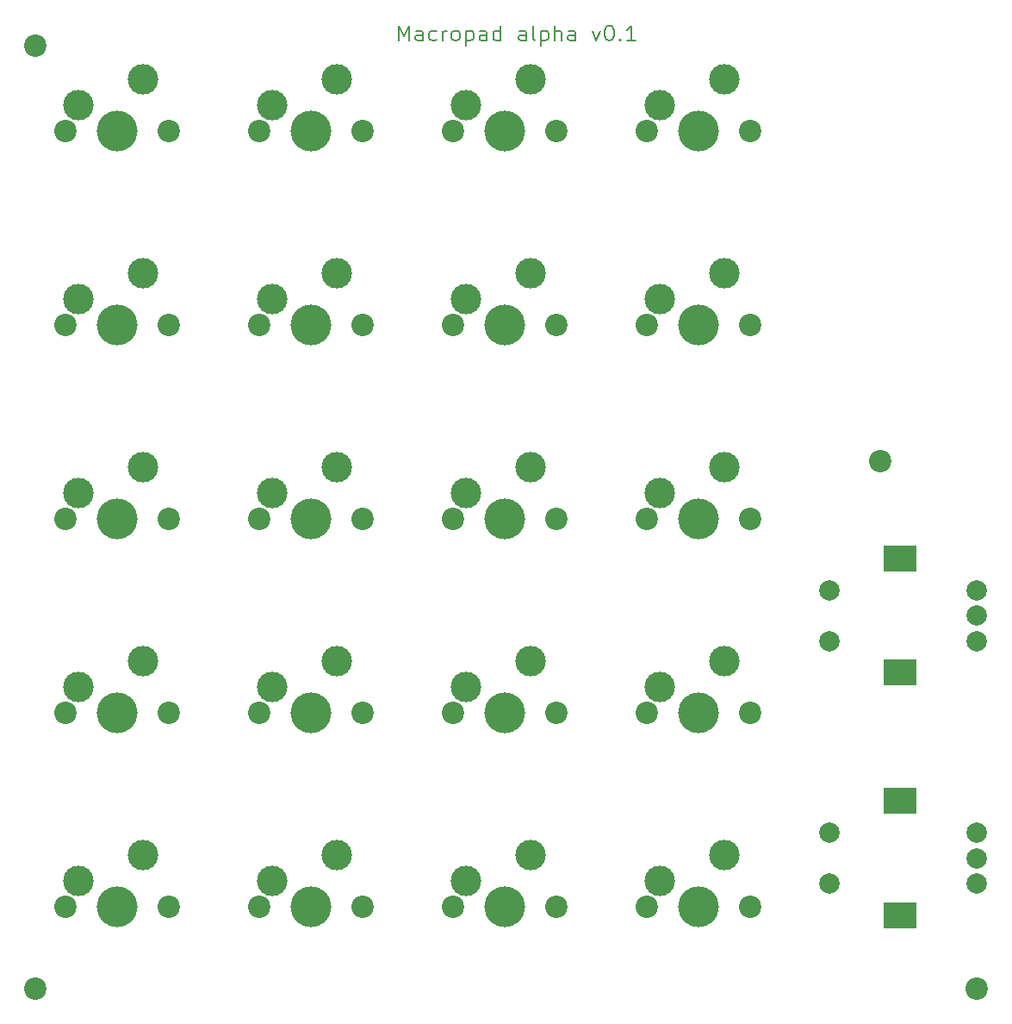
<source format=gts>
%TF.GenerationSoftware,KiCad,Pcbnew,(5.1.10-1-10_14)*%
%TF.CreationDate,2021-11-10T22:24:01+09:00*%
%TF.ProjectId,macropad,6d616372-6f70-4616-942e-6b696361645f,rev?*%
%TF.SameCoordinates,Original*%
%TF.FileFunction,Soldermask,Top*%
%TF.FilePolarity,Negative*%
%FSLAX46Y46*%
G04 Gerber Fmt 4.6, Leading zero omitted, Abs format (unit mm)*
G04 Created by KiCad (PCBNEW (5.1.10-1-10_14)) date 2021-11-10 22:24:01*
%MOMM*%
%LPD*%
G01*
G04 APERTURE LIST*
%ADD10C,0.200000*%
%ADD11C,2.200000*%
%ADD12C,4.000000*%
%ADD13C,3.000000*%
%ADD14C,2.000000*%
%ADD15R,3.200000X2.500000*%
G04 APERTURE END LIST*
D10*
X65783807Y-105454011D02*
X65783807Y-103954011D01*
X66283807Y-105025440D01*
X66783807Y-103954011D01*
X66783807Y-105454011D01*
X68140950Y-105454011D02*
X68140950Y-104668297D01*
X68069521Y-104525440D01*
X67926664Y-104454011D01*
X67640950Y-104454011D01*
X67498092Y-104525440D01*
X68140950Y-105382582D02*
X67998092Y-105454011D01*
X67640950Y-105454011D01*
X67498092Y-105382582D01*
X67426664Y-105239725D01*
X67426664Y-105096868D01*
X67498092Y-104954011D01*
X67640950Y-104882582D01*
X67998092Y-104882582D01*
X68140950Y-104811154D01*
X69498092Y-105382582D02*
X69355235Y-105454011D01*
X69069521Y-105454011D01*
X68926664Y-105382582D01*
X68855235Y-105311154D01*
X68783807Y-105168297D01*
X68783807Y-104739725D01*
X68855235Y-104596868D01*
X68926664Y-104525440D01*
X69069521Y-104454011D01*
X69355235Y-104454011D01*
X69498092Y-104525440D01*
X70140950Y-105454011D02*
X70140950Y-104454011D01*
X70140950Y-104739725D02*
X70212378Y-104596868D01*
X70283807Y-104525440D01*
X70426664Y-104454011D01*
X70569521Y-104454011D01*
X71283807Y-105454011D02*
X71140950Y-105382582D01*
X71069521Y-105311154D01*
X70998092Y-105168297D01*
X70998092Y-104739725D01*
X71069521Y-104596868D01*
X71140950Y-104525440D01*
X71283807Y-104454011D01*
X71498092Y-104454011D01*
X71640950Y-104525440D01*
X71712378Y-104596868D01*
X71783807Y-104739725D01*
X71783807Y-105168297D01*
X71712378Y-105311154D01*
X71640950Y-105382582D01*
X71498092Y-105454011D01*
X71283807Y-105454011D01*
X72426664Y-104454011D02*
X72426664Y-105954011D01*
X72426664Y-104525440D02*
X72569521Y-104454011D01*
X72855235Y-104454011D01*
X72998092Y-104525440D01*
X73069521Y-104596868D01*
X73140950Y-104739725D01*
X73140950Y-105168297D01*
X73069521Y-105311154D01*
X72998092Y-105382582D01*
X72855235Y-105454011D01*
X72569521Y-105454011D01*
X72426664Y-105382582D01*
X74426664Y-105454011D02*
X74426664Y-104668297D01*
X74355235Y-104525440D01*
X74212378Y-104454011D01*
X73926664Y-104454011D01*
X73783807Y-104525440D01*
X74426664Y-105382582D02*
X74283807Y-105454011D01*
X73926664Y-105454011D01*
X73783807Y-105382582D01*
X73712378Y-105239725D01*
X73712378Y-105096868D01*
X73783807Y-104954011D01*
X73926664Y-104882582D01*
X74283807Y-104882582D01*
X74426664Y-104811154D01*
X75783807Y-105454011D02*
X75783807Y-103954011D01*
X75783807Y-105382582D02*
X75640950Y-105454011D01*
X75355235Y-105454011D01*
X75212378Y-105382582D01*
X75140950Y-105311154D01*
X75069521Y-105168297D01*
X75069521Y-104739725D01*
X75140950Y-104596868D01*
X75212378Y-104525440D01*
X75355235Y-104454011D01*
X75640950Y-104454011D01*
X75783807Y-104525440D01*
X78283807Y-105454011D02*
X78283807Y-104668297D01*
X78212378Y-104525440D01*
X78069521Y-104454011D01*
X77783807Y-104454011D01*
X77640950Y-104525440D01*
X78283807Y-105382582D02*
X78140950Y-105454011D01*
X77783807Y-105454011D01*
X77640950Y-105382582D01*
X77569521Y-105239725D01*
X77569521Y-105096868D01*
X77640950Y-104954011D01*
X77783807Y-104882582D01*
X78140950Y-104882582D01*
X78283807Y-104811154D01*
X79212378Y-105454011D02*
X79069521Y-105382582D01*
X78998092Y-105239725D01*
X78998092Y-103954011D01*
X79783807Y-104454011D02*
X79783807Y-105954011D01*
X79783807Y-104525440D02*
X79926664Y-104454011D01*
X80212378Y-104454011D01*
X80355235Y-104525440D01*
X80426664Y-104596868D01*
X80498092Y-104739725D01*
X80498092Y-105168297D01*
X80426664Y-105311154D01*
X80355235Y-105382582D01*
X80212378Y-105454011D01*
X79926664Y-105454011D01*
X79783807Y-105382582D01*
X81140950Y-105454011D02*
X81140950Y-103954011D01*
X81783807Y-105454011D02*
X81783807Y-104668297D01*
X81712378Y-104525440D01*
X81569521Y-104454011D01*
X81355235Y-104454011D01*
X81212378Y-104525440D01*
X81140950Y-104596868D01*
X83140950Y-105454011D02*
X83140950Y-104668297D01*
X83069521Y-104525440D01*
X82926664Y-104454011D01*
X82640950Y-104454011D01*
X82498092Y-104525440D01*
X83140950Y-105382582D02*
X82998092Y-105454011D01*
X82640950Y-105454011D01*
X82498092Y-105382582D01*
X82426664Y-105239725D01*
X82426664Y-105096868D01*
X82498092Y-104954011D01*
X82640950Y-104882582D01*
X82998092Y-104882582D01*
X83140950Y-104811154D01*
X84855235Y-104454011D02*
X85212378Y-105454011D01*
X85569521Y-104454011D01*
X86426664Y-103954011D02*
X86569521Y-103954011D01*
X86712378Y-104025440D01*
X86783807Y-104096868D01*
X86855235Y-104239725D01*
X86926664Y-104525440D01*
X86926664Y-104882582D01*
X86855235Y-105168297D01*
X86783807Y-105311154D01*
X86712378Y-105382582D01*
X86569521Y-105454011D01*
X86426664Y-105454011D01*
X86283807Y-105382582D01*
X86212378Y-105311154D01*
X86140950Y-105168297D01*
X86069521Y-104882582D01*
X86069521Y-104525440D01*
X86140950Y-104239725D01*
X86212378Y-104096868D01*
X86283807Y-104025440D01*
X86426664Y-103954011D01*
X87569521Y-105311154D02*
X87640950Y-105382582D01*
X87569521Y-105454011D01*
X87498092Y-105382582D01*
X87569521Y-105311154D01*
X87569521Y-105454011D01*
X89069521Y-105454011D02*
X88212378Y-105454011D01*
X88640949Y-105454011D02*
X88640949Y-103954011D01*
X88498092Y-104168297D01*
X88355235Y-104311154D01*
X88212378Y-104382582D01*
D11*
%TO.C,Ref\u002A\u002A*%
X122634272Y-198536552D03*
%TD*%
%TO.C,Ref\u002A\u002A*%
X113109280Y-146744408D03*
%TD*%
%TO.C,Ref\u002A\u002A*%
X30063256Y-105965536D03*
%TD*%
%TO.C,Ref\u002A\u002A*%
X30063256Y-198536552D03*
%TD*%
%TO.C,SW1*%
X33020000Y-114300000D03*
X43180000Y-114300000D03*
D12*
X38100000Y-114300000D03*
D13*
X40640000Y-109220000D03*
X34290000Y-111760000D03*
%TD*%
%TO.C,SW2*%
X53340000Y-111760000D03*
X59690000Y-109220000D03*
D12*
X57150000Y-114300000D03*
D11*
X62230000Y-114300000D03*
X52070000Y-114300000D03*
%TD*%
%TO.C,SW3*%
X71120000Y-114300000D03*
X81280000Y-114300000D03*
D12*
X76200000Y-114300000D03*
D13*
X78740000Y-109220000D03*
X72390000Y-111760000D03*
%TD*%
%TO.C,SW4*%
X91440000Y-111760000D03*
X97790000Y-109220000D03*
D12*
X95250000Y-114300000D03*
D11*
X100330000Y-114300000D03*
X90170000Y-114300000D03*
%TD*%
%TO.C,SW5*%
X33020000Y-133350000D03*
X43180000Y-133350000D03*
D12*
X38100000Y-133350000D03*
D13*
X40640000Y-128270000D03*
X34290000Y-130810000D03*
%TD*%
%TO.C,SW6*%
X53340000Y-130810000D03*
X59690000Y-128270000D03*
D12*
X57150000Y-133350000D03*
D11*
X62230000Y-133350000D03*
X52070000Y-133350000D03*
%TD*%
%TO.C,SW7*%
X71120000Y-133350000D03*
X81280000Y-133350000D03*
D12*
X76200000Y-133350000D03*
D13*
X78740000Y-128270000D03*
X72390000Y-130810000D03*
%TD*%
%TO.C,SW8*%
X91440000Y-130810000D03*
X97790000Y-128270000D03*
D12*
X95250000Y-133350000D03*
D11*
X100330000Y-133350000D03*
X90170000Y-133350000D03*
%TD*%
%TO.C,SW9*%
X33020000Y-152400000D03*
X43180000Y-152400000D03*
D12*
X38100000Y-152400000D03*
D13*
X40640000Y-147320000D03*
X34290000Y-149860000D03*
%TD*%
%TO.C,SW10*%
X53340000Y-149860000D03*
X59690000Y-147320000D03*
D12*
X57150000Y-152400000D03*
D11*
X62230000Y-152400000D03*
X52070000Y-152400000D03*
%TD*%
%TO.C,SW11*%
X71120000Y-152400000D03*
X81280000Y-152400000D03*
D12*
X76200000Y-152400000D03*
D13*
X78740000Y-147320000D03*
X72390000Y-149860000D03*
%TD*%
%TO.C,SW12*%
X91440000Y-149860000D03*
X97790000Y-147320000D03*
D12*
X95250000Y-152400000D03*
D11*
X100330000Y-152400000D03*
X90170000Y-152400000D03*
%TD*%
%TO.C,SW13*%
X33020000Y-171450000D03*
X43180000Y-171450000D03*
D12*
X38100000Y-171450000D03*
D13*
X40640000Y-166370000D03*
X34290000Y-168910000D03*
%TD*%
%TO.C,SW14*%
X53340000Y-168910000D03*
X59690000Y-166370000D03*
D12*
X57150000Y-171450000D03*
D11*
X62230000Y-171450000D03*
X52070000Y-171450000D03*
%TD*%
%TO.C,SW15*%
X71120000Y-171450000D03*
X81280000Y-171450000D03*
D12*
X76200000Y-171450000D03*
D13*
X78740000Y-166370000D03*
X72390000Y-168910000D03*
%TD*%
%TO.C,SW16*%
X91440000Y-168910000D03*
X97790000Y-166370000D03*
D12*
X95250000Y-171450000D03*
D11*
X100330000Y-171450000D03*
X90170000Y-171450000D03*
%TD*%
%TO.C,SW17*%
X33020000Y-190500000D03*
X43180000Y-190500000D03*
D12*
X38100000Y-190500000D03*
D13*
X40640000Y-185420000D03*
X34290000Y-187960000D03*
%TD*%
%TO.C,SW18*%
X53340000Y-187960000D03*
X59690000Y-185420000D03*
D12*
X57150000Y-190500000D03*
D11*
X62230000Y-190500000D03*
X52070000Y-190500000D03*
%TD*%
D13*
%TO.C,SW19*%
X72390000Y-187960000D03*
X78740000Y-185420000D03*
D12*
X76200000Y-190500000D03*
D11*
X81280000Y-190500000D03*
X71120000Y-190500000D03*
%TD*%
%TO.C,SW20*%
X90170000Y-190500000D03*
X100330000Y-190500000D03*
D12*
X95250000Y-190500000D03*
D13*
X97790000Y-185420000D03*
X91440000Y-187960000D03*
%TD*%
D14*
%TO.C,SW21*%
X122591000Y-164426000D03*
X122591000Y-161926000D03*
X122591000Y-159426000D03*
D15*
X115091000Y-167526000D03*
X115091000Y-156326000D03*
D14*
X108091000Y-164426000D03*
X108091000Y-159426000D03*
%TD*%
%TO.C,SW22*%
X108091000Y-183238000D03*
X108091000Y-188238000D03*
D15*
X115091000Y-180138000D03*
X115091000Y-191338000D03*
D14*
X122591000Y-183238000D03*
X122591000Y-185738000D03*
X122591000Y-188238000D03*
%TD*%
M02*

</source>
